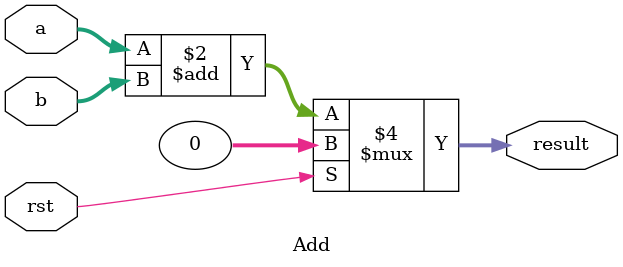
<source format=v>
`timescale 1ns / 1ps


module Add(
    input rst,
    input signed [31:0] a,
    input signed [31:0] b,
    output reg signed [31:0] result
    );
    always@(*)
    begin
        if(rst)
            result <= 32'h00000000;
        else
            result <= a + b;
    end
endmodule

</source>
